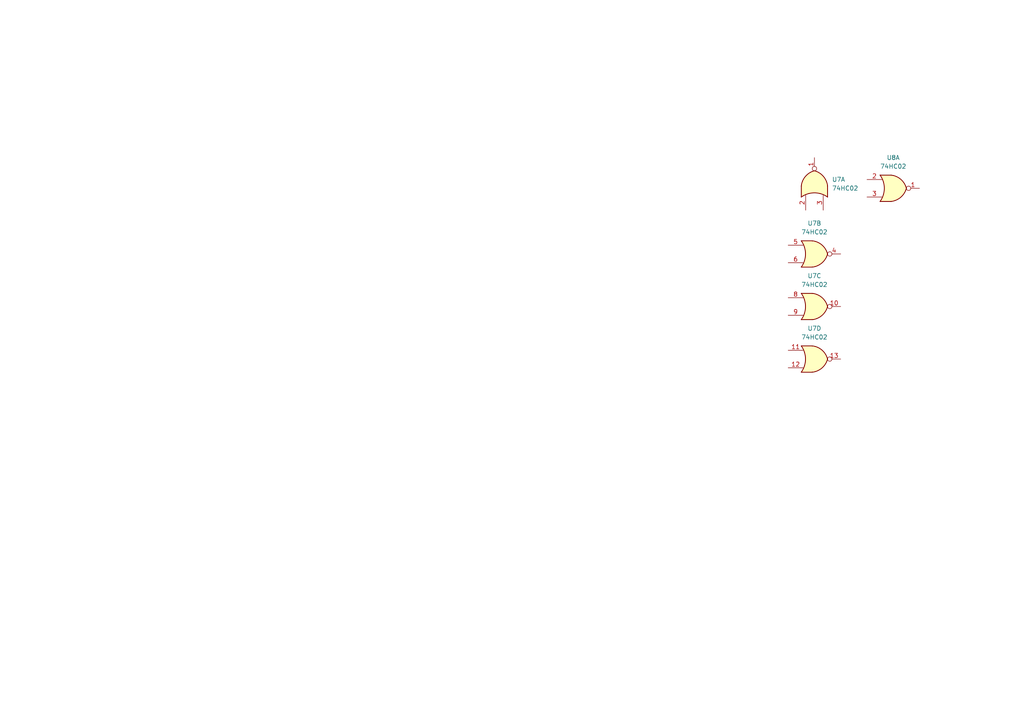
<source format=kicad_sch>
(kicad_sch (version 20231120) (generator "eeschema") (generator_version "8.0")
  (paper "A4")
  (lib_symbols
    (symbol "74xx:74HC02" (pin_names (offset 1.016))
      (property "Reference" "U" (at 0 1.27 0))
      (property "Value" "74HC02" (at 0 -1.27 0))
      (symbol "74HC02_1_1"
        (arc (start -3.81 -3.81) (mid -2.589 0) (end -3.81 3.81) (stroke (width 0.254)))
        (arc (start -0.6096 -3.81) (mid 2.1842 -2.5851) (end 3.81 0) (stroke (width 0.254)) (fill (type background)))
        (polyline (pts (xy -3.81 -3.81) (xy -0.635 -3.81)) (stroke (width 0.254)) (fill (type background)))
        (polyline (pts (xy -3.81 3.81) (xy -0.635 3.81)) (stroke (width 0.254)) (fill (type background)))
        (polyline (pts (xy -0.635 3.81) (xy -3.81 3.81) (xy -3.81 3.81) (xy -3.556 3.4036) (xy -3.0226 2.2606) (xy -2.6924 1.0414) (xy -2.6162 -0.254) (xy -2.7686 -1.4986) (xy -3.175 -2.7178) (xy -3.81 -3.81) (xy -3.81 -3.81) (xy -0.635 -3.81)) (stroke (width -25.4)) (fill (type background)))
        (arc (start 3.81 0) (mid 2.1915 2.5936) (end -0.6096 3.81) (stroke (width 0.254)) (fill (type background)))
        (pin output inverted (at 7.62 0 180) (length 3.81) (name "~") (number "1"))
        (pin input line (at -7.62 2.54 0) (length 4.318) (name "~") (number "2"))
        (pin input line (at -7.62 -2.54 0) (length 4.318) (name "~") (number "3"))
      )
      (symbol "74HC02_1_2"
        (arc (start 0 -3.81) (mid 3.7934 0) (end 0 3.81) (stroke (width 0.254)) (fill (type background)))
        (polyline (pts (xy 0 3.81) (xy -3.81 3.81) (xy -3.81 -3.81) (xy 0 -3.81)) (stroke (width 0.254)) (fill (type background)))
        (pin output line (at 7.62 0 180) (length 3.81) (name "~") (number "1"))
        (pin input inverted (at -7.62 2.54 0) (length 3.81) (name "~") (number "2"))
        (pin input inverted (at -7.62 -2.54 0) (length 3.81) (name "~") (number "3"))
      )
      (symbol "74HC02_2_1"
        (arc (start -3.81 -3.81) (mid -2.589 0) (end -3.81 3.81) (stroke (width 0.254)))
        (arc (start -0.6096 -3.81) (mid 2.1842 -2.5851) (end 3.81 0) (stroke (width 0.254)) (fill (type background)))
        (polyline (pts (xy -3.81 -3.81) (xy -0.635 -3.81)) (stroke (width 0.254)) (fill (type background)))
        (polyline (pts (xy -3.81 3.81) (xy -0.635 3.81)) (stroke (width 0.254)) (fill (type background)))
        (polyline (pts (xy -0.635 3.81) (xy -3.81 3.81) (xy -3.81 3.81) (xy -3.556 3.4036) (xy -3.0226 2.2606) (xy -2.6924 1.0414) (xy -2.6162 -0.254) (xy -2.7686 -1.4986) (xy -3.175 -2.7178) (xy -3.81 -3.81) (xy -3.81 -3.81) (xy -0.635 -3.81)) (stroke (width -25.4)) (fill (type background)))
        (arc (start 3.81 0) (mid 2.1915 2.5936) (end -0.6096 3.81) (stroke (width 0.254)) (fill (type background)))
        (pin output inverted (at 7.62 0 180) (length 3.81) (name "~") (number "4"))
        (pin input line (at -7.62 2.54 0) (length 4.318) (name "~") (number "5"))
        (pin input line (at -7.62 -2.54 0) (length 4.318) (name "~") (number "6"))
      )
      (symbol "74HC02_2_2"
        (arc (start 0 -3.81) (mid 3.7934 0) (end 0 3.81) (stroke (width 0.254)) (fill (type background)))
        (polyline (pts (xy 0 3.81) (xy -3.81 3.81) (xy -3.81 -3.81) (xy 0 -3.81)) (stroke (width 0.254)) (fill (type background)))
        (pin output line (at 7.62 0 180) (length 3.81) (name "~") (number "4"))
        (pin input inverted (at -7.62 2.54 0) (length 3.81) (name "~") (number "5"))
        (pin input inverted (at -7.62 -2.54 0) (length 3.81) (name "~") (number "6"))
      )
      (symbol "74HC02_3_1"
        (arc (start -3.81 -3.81) (mid -2.589 0) (end -3.81 3.81) (stroke (width 0.254)))
        (arc (start -0.6096 -3.81) (mid 2.1842 -2.5851) (end 3.81 0) (stroke (width 0.254)) (fill (type background)))
        (polyline (pts (xy -3.81 -3.81) (xy -0.635 -3.81)) (stroke (width 0.254)) (fill (type background)))
        (polyline (pts (xy -3.81 3.81) (xy -0.635 3.81)) (stroke (width 0.254)) (fill (type background)))
        (polyline (pts (xy -0.635 3.81) (xy -3.81 3.81) (xy -3.81 3.81) (xy -3.556 3.4036) (xy -3.0226 2.2606) (xy -2.6924 1.0414) (xy -2.6162 -0.254) (xy -2.7686 -1.4986) (xy -3.175 -2.7178) (xy -3.81 -3.81) (xy -3.81 -3.81) (xy -0.635 -3.81)) (stroke (width -25.4)) (fill (type background)))
        (arc (start 3.81 0) (mid 2.1915 2.5936) (end -0.6096 3.81) (stroke (width 0.254)) (fill (type background)))
        (pin output inverted (at 7.62 0 180) (length 3.81) (name "~") (number "10"))
        (pin input line (at -7.62 2.54 0) (length 4.318) (name "~") (number "8"))
        (pin input line (at -7.62 -2.54 0) (length 4.318) (name "~") (number "9"))
      )
      (symbol "74HC02_3_2"
        (arc (start 0 -3.81) (mid 3.7934 0) (end 0 3.81) (stroke (width 0.254)) (fill (type background)))
        (polyline (pts (xy 0 3.81) (xy -3.81 3.81) (xy -3.81 -3.81) (xy 0 -3.81)) (stroke (width 0.254)) (fill (type background)))
        (pin output line (at 7.62 0 180) (length 3.81) (name "~") (number "10"))
        (pin input inverted (at -7.62 2.54 0) (length 3.81) (name "~") (number "8"))
        (pin input inverted (at -7.62 -2.54 0) (length 3.81) (name "~") (number "9"))
      )
      (symbol "74HC02_4_1"
        (arc (start -3.81 -3.81) (mid -2.589 0) (end -3.81 3.81) (stroke (width 0.254)))
        (arc (start -0.6096 -3.81) (mid 2.1842 -2.5851) (end 3.81 0) (stroke (width 0.254)) (fill (type background)))
        (polyline (pts (xy -3.81 -3.81) (xy -0.635 -3.81)) (stroke (width 0.254)) (fill (type background)))
        (polyline (pts (xy -3.81 3.81) (xy -0.635 3.81)) (stroke (width 0.254)) (fill (type background)))
        (polyline (pts (xy -0.635 3.81) (xy -3.81 3.81) (xy -3.81 3.81) (xy -3.556 3.4036) (xy -3.0226 2.2606) (xy -2.6924 1.0414) (xy -2.6162 -0.254) (xy -2.7686 -1.4986) (xy -3.175 -2.7178) (xy -3.81 -3.81) (xy -3.81 -3.81) (xy -0.635 -3.81)) (stroke (width -25.4)) (fill (type background)))
        (arc (start 3.81 0) (mid 2.1915 2.5936) (end -0.6096 3.81) (stroke (width 0.254)) (fill (type background)))
        (pin input line (at -7.62 2.54 0) (length 4.318) (name "~") (number "11"))
        (pin input line (at -7.62 -2.54 0) (length 4.318) (name "~") (number "12"))
        (pin output inverted (at 7.62 0 180) (length 3.81) (name "~") (number "13"))
      )
      (symbol "74HC02_4_2"
        (arc (start 0 -3.81) (mid 3.7934 0) (end 0 3.81) (stroke (width 0.254)) (fill (type background)))
        (polyline (pts (xy 0 3.81) (xy -3.81 3.81) (xy -3.81 -3.81) (xy 0 -3.81)) (stroke (width 0.254)) (fill (type background)))
        (pin input inverted (at -7.62 2.54 0) (length 3.81) (name "~") (number "11"))
        (pin input inverted (at -7.62 -2.54 0) (length 3.81) (name "~") (number "12"))
        (pin output line (at 7.62 0 180) (length 3.81) (name "~") (number "13"))
      )
      (symbol "74HC02_5_0"
        (pin power_in line (at 0 12.7 270) (length 5.08) (name "VCC") (number "14"))
        (pin power_in line (at 0 -12.7 90) (length 5.08) (name "GND") (number "7"))
      )
      (symbol "74HC02_5_1"
        (rectangle (start -5.08 7.62) (end 5.08 -7.62) (stroke (width 0.254)) (fill (type background)))
      )
    )
  )
  (symbol (lib_id "74xx:74HC02") (at 236.22 53.34 90) (unit 1)
    (property "Reference" "U7" (at 241.3 52.0699 90) (effects (justify right)))
    (property "Value" "74HC02" (at 241.3 54.6099 90) (effects (justify right)))
    (property "Datasheet" "http://www.ti.com/lit/gpn/sn74hc02" (effects (hide yes)))
    (property "Description" "quad 2-input NOR gate" (effects (hide yes)))
  )
  (symbol (lib_id "74xx:74HC02") (at 236.22 73.66 0) (unit 2)
    (property "Reference" "U7" (at 236.22 64.77 0))
    (property "Value" "74HC02" (at 236.22 67.31 0))
    (property "Datasheet" "http://www.ti.com/lit/gpn/sn74hc02" (effects (hide yes)))
    (property "Description" "quad 2-input NOR gate" (effects (hide yes)))
  )
  (symbol (lib_id "74xx:74HC02") (at 236.22 88.9 0) (unit 3)
    (property "Reference" "U7" (at 236.22 80.01 0))
    (property "Value" "74HC02" (at 236.22 82.55 0))
    (property "Datasheet" "http://www.ti.com/lit/gpn/sn74hc02" (effects (hide yes)))
    (property "Description" "quad 2-input NOR gate" (effects (hide yes)))
  )
  (symbol (lib_id "74xx:74HC02") (at 259.08 54.61 0) (unit 1)
    (property "Reference" "U8" (at 259.08 45.72 0))
    (property "Value" "74HC02" (at 259.08 48.26 0))
    (property "Datasheet" "http://www.ti.com/lit/gpn/sn74hc02" (effects (hide yes)))
    (property "Description" "quad 2-input NOR gate" (effects (hide yes)))
  )
  (symbol (lib_id "74xx:74HC02") (at 236.22 104.14 0) (unit 4)
    (property "Reference" "U7" (at 236.22 95.25 0))
    (property "Value" "74HC02" (at 236.22 97.79 0))
    (property "Datasheet" "http://www.ti.com/lit/gpn/sn74hc02" (effects (hide yes)))
    (property "Description" "quad 2-input NOR gate" (effects (hide yes)))
  )
)
</source>
